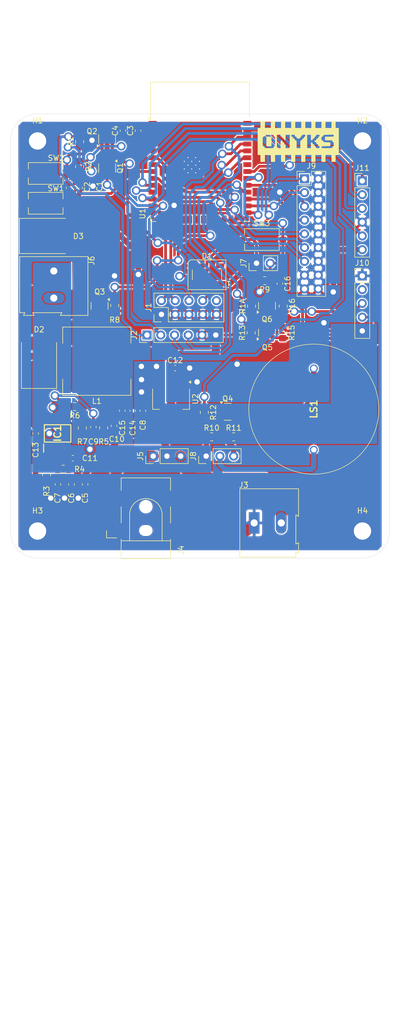
<source format=kicad_pcb>
(kicad_pcb (version 20241229) (generator "pcbnew") (generator_version "9.0")
  (layers (0 "F.Cu" signal) (2 "B.Cu" signal) (13 "F.Paste" user) (15 "B.Paste" user) (5 "F.SilkS" user "F.Silkscreen") (7 "B.SilkS" user "B.Silkscreen") (1 "F.Mask" user) (3 "B.Mask" user) (25 "Edge.Cuts" user))
  (net 0 "")
  (net 1 "+3.3V")
  (net 2 "GND")
  (net 3 "/MCU/MCU_BOOT")
  (net 4 "/MCU/MCU_RESET")
  (net 5 "/MCU/GPIO_19")
  (net 6 "+24V")
  (net 7 "+5V")
  (net 8 "/MCU/GPIO_32")
  (net 10 "Net-(IC1-COMP)")
  (net 11 "Net-(C10-Pad1)")
  (net 13 "Net-(J3-Pin_2)")
  (net 14 "/MCU/GPIO_34")
  (net 15 "/MCU/GPIO_16")
  (net 16 "/MCU/GPIO_35")
  (net 17 "/MCU/GPIO_17")
  (net 18 "/MCU/GPIO_33")
  (net 19 "Net-(IC1-SS)")
  (net 20 "Net-(D2-K)")
  (net 21 "/MCU/GPIO_21")
  (net 22 "/MCU/GPIO_22")
  (net 23 "/MCU/GPIO_25")
  (net 24 "/MCU/GPIO_26")
  (net 25 "/MCU/GPIO_27")
  (net 26 "/MCU/GPIO_23")
  (net 27 "/MCU/MTDI")
  (net 28 "Net-(J5-Pin_1)")
  (net 29 "/MCU/MTDO")
  (net 30 "/MCU/MTCK")
  (net 31 "/MCU/MTMS")
  (net 32 "/MCU/RTS")
  (net 33 "/MCU/RXD")
  (net 34 "/MCU/TXD")
  (net 35 "/MCU/DTR")
  (net 36 "Net-(Q1-B)")
  (net 37 "Net-(IC1-BOOT)")
  (net 47 "Net-(D3-A)")
  (net 48 "Net-(Q2-B)")
  (net 49 "Net-(IC1-EN)")
  (net 50 "/MCU/GPIO_18")
  (net 51 "Net-(IC1-VSENSE)")
  (net 52 "Net-(J8-Pin_2)")
  (net 53 "Net-(J8-Pin_3)")
  (net 55 "Net-(LS1--)")
  (net 56 "/MCU/GPIO_5")
  (net 57 "/MCU/GPIO_4")
  (net 58 "/MCU/GPIO_2")
  (footprint "Resistor_SMD:R_0805_2012Metric_Pad1.20x1.40mm_HandSolder" (layer "F.Cu") (at 192.151 102.616)
    (property "Reference" "R10")
    (property "Value" "2k/5%")
  )
  (footprint "Resistor_SMD:R_0805_2012Metric_Pad1.20x1.40mm_HandSolder" (layer "F.Cu") (at 167.767 48.133 90)
    (property "Reference" "R1")
    (property "Value" "10k/5%")
  )
  (footprint "Resistor_SMD:R_0805_2012Metric_Pad1.20x1.40mm_HandSolder" (layer "F.Cu") (at 166.878 97.028 180)
    (property "Reference" "R6")
    (property "Value" "10.2k/1%")
  )
  (footprint "Capacitor_SMD:C_0603_1608Metric" (layer "F.Cu") (at 163.763 111.392 -90)
    (property "Reference" "C7")
    (property "Value" "4.7u/50V")
  )
  (footprint "Capacitor_SMD:C_0603_1608Metric" (layer "F.Cu") (at 167.767 56.642 90)
    (property "Reference" "C1")
    (property "Value" "0.1u/50V")
  )
  (footprint "Package_TO_SOT_SMD:SOT-223-3_TabPin2" (layer "F.Cu") (at 184.658 95.631 -90)
    (property "Reference" "U2")
    (property "Value" "LM1117MP-3.3")
  )
  (footprint "TerminalBlock:TerminalBlock_Altech_AK300-2_P5.00mm" (layer "F.Cu") (at 200 118.5)
    (property "Reference" "J3")
    (property "Value" "Screw_Terminal_01x02")
  )
  (footprint "Resistor_SMD:R_0805_2012Metric_Pad1.20x1.40mm_HandSolder" (layer "F.Cu") (at 161.671 109.585 90)
    (property "Reference" "R3")
    (property "Value" "10k/1%")
  )
  (footprint "Capacitor_SMD:C_0603_1608Metric" (layer "F.Cu") (at 170.307 100.812 -90)
    (property "Reference" "C9")
    (property "Value" "10p/50V")
  )
  (footprint "Capacitor_SMD:C_0603_1608Metric" (layer "F.Cu") (at 168.783 111.392 -90)
    (property "Reference" "C5")
    (property "Value" "4.7u/50V")
  )
  (footprint "Inductor_SMD:L_12x12mm_H4.5mm" (layer "F.Cu") (at 170.942 88.646)
    (property "Reference" "L1")
    (property "Value" "15u")
  )
  (footprint "Resistor_SMD:R_0805_2012Metric_Pad1.20x1.40mm_HandSolder" (layer "F.Cu") (at 196.215 102.616)
    (property "Reference" "R11")
    (property "Value" "3k/5%")
  )
  (footprint "Resistor_SMD:R_0805_2012Metric_Pad1.20x1.40mm_HandSolder" (layer "F.Cu") (at 174.244 78.359 -90)
    (property "Reference" "R8")
    (property "Value" "100k/5%")
  )
  (footprint "Diode_SMD:D_SMC" (layer "F.Cu") (at 161.544 65.532)
    (property "Reference" "D3")
    (property "Value" "S5J")
  )
  (footprint "Capacitor_SMD:C_0603_1608Metric" (layer "F.Cu") (at 175.768 46.101 90)
    (property "Reference" "C4")
    (property "Value" "0.1u/50V")
  )
  (footprint "footprints:SOIC127P600X175-8N" (layer "F.Cu") (at 163.703 101.981 90)
    (property "Reference" "IC1")
    (property "Value" "TPS54231DR" (hide yes))
  )
  (footprint "Connector_PinHeader_2.54mm:PinHeader_1x05_P2.54mm_Vertical" (layer "F.Cu") (at 219.964 72.898)
    (property "Reference" "J10")
    (property "Value" "Conn_01x05_Pin")
  )
  (footprint "Capacitor_SMD:C_0603_1608Metric" (layer "F.Cu") (at 166.273 111.392 -90)
    (property "Reference" "C6")
    (property "Value" "4.7u/50V")
  )
  (footprint "Capacitor_SMD:C_0603_1608Metric" (layer "F.Cu") (at 178.562 46.101 90)
    (property "Reference" "C3")
    (property "Value" "22u/10V")
  )
  (footprint "Resistor_SMD:R_0805_2012Metric_Pad1.20x1.40mm_HandSolder" (layer "F.Cu") (at 205.359 78.486 -90)
    (property "Reference" "R16")
    (property "Value" "10k/5%")
  )
  (footprint "Connector_PinHeader_2.54mm:PinHeader_2x09_P2.54mm_Vertical" (layer "F.Cu") (at 209.296 54.991)
    (property "Reference" "J9")
    (property "Value" "Conn_02x09_Odd_Even")
  )
  (footprint "Connector_BarrelJack:BarrelJack_CLIFF_FC681465S_SMT_Horizontal" (layer "F.Cu") (at 180 117 90)
    (property "Reference" "J4")
    (property "Value" "Barrel_Jack_Switch")
  )
  (footprint "Connector_PinHeader_2.54mm:PinHeader_2x05_P2.54mm_Vertical" (layer "F.Cu") (at 182.88 80.01 90)
    (property "Reference" "J1")
    (property "Value" "Conn_02x05_Odd_Even")
  )
  (footprint "Connector_PinHeader_2.54mm:PinHeader_1x03_P2.54mm_Vertical" (layer "F.Cu") (at 191.135 106.172 90)
    (property "Reference" "J8")
    (property "Value" "Conn_01x03_Pin")
  )
  (footprint "Connector_PinHeader_2.54mm:PinHeader_1x03_P2.54mm_Vertical" (layer "F.Cu") (at 181.356 106.172 90)
    (property "Reference" "J5")
    (property "Value" "Conn_01x03_Pin")
  )
  (footprint "footprints:LDBZPG2412" (layer "F.Cu") (at 211.01 105 90)
    (property "Reference" "LS1")
    (property "Value" "LD-BZPG-2412" (hide yes))
  )
  (footprint "Resistor_SMD:R_0805_2012Metric_Pad1.20x1.40mm_HandSolder" (layer "F.Cu") (at 168.275 100.965 -90)
    (property "Reference" "R7")
    (property "Value" "1.96k/1%")
  )
  (footprint "Button_Switch_SMD:SW_Tactile_SPST_NO_Straight_CK_PTS636Sx25SMTRLFS" (layer "F.Cu") (at 201.422 66.1924)
    (property "Reference" "SW3")
    (property "Value" "SW_Push")
  )
  (footprint "MountingHole:MountingHole_3.2mm_M3_DIN965_Pad_TopBottom" (layer "F.Cu") (at 160 48)
    (property "Reference" "H1")
    (property "Value" "MountingHole_Pad")
  )
  (footprint "MountingHole:MountingHole_3.2mm_M3_DIN965_Pad_TopBottom" (layer "F.Cu") (at 220 120)
    (property "Reference" "H4")
    (property "Value" "MountingHole_Pad")
  )
  (footprint "Resistor_SMD:R_0805_2012Metric_Pad1.20x1.40mm_HandSolder" (layer "F.Cu") (at 199.517 78.486 90)
    (property "Reference" "R14")
    (property "Value" "10k/5%")
  )
  (footprint "Button_Switch_SMD:SW_Tactile_SPST_NO_Straight_CK_PTS636Sx25SMTRLFS" (layer "F.Cu") (at 161.5 59.5 180)
    (property "Reference" "SW1")
    (property "Value" "SW_Push")
  )
  (footprint "Resistor_SMD:R_0805_2012Metric_Pad1.20x1.40mm_HandSolder" (layer "F.Cu") (at 205.288 83.409 -90)
    (property "Reference" "R15")
    (property "Value" "10k/5%")
  )
  (footprint "Capacitor_SMD:C_0603_1608Metric" (layer "F.Cu") (at 204.7494 74.3458 -90)
    (property "Reference" "C16")
    (property "Value" "0.1u/50V")
  )
  (footprint "TerminalBlock:TerminalBlock_Altech_AK300-2_P5.00mm" (layer "F.Cu") (at 163 72 -90)
    (property "Reference" "J6")
    (property "Value" "Screw_Terminal_01x02")
  )
  (footprint "MountingHole:MountingHole_3.2mm_M3_DIN965_Pad_TopBottom" (layer "F.Cu") (at 160 120)
    (property "Reference" "H3")
    (property "Value" "MountingHole_Pad")
  )
  (footprint "Connector_PinHeader_2.54mm:PinHeader_1x06_P2.54mm_Vertical" (layer "F.Cu") (at 219.964 55.372)
    (property "Reference" "J11")
    (property "Value" "Conn_01x06_Socket")
  )
  (footprint "Package_TO_SOT_SMD:SOT-23" (layer "F.Cu") (at 195.1205 97.983)
    (property "Reference" "Q4")
    (property "Value" "PMV100ENEAR")
  )
  (footprint "Resistor_SMD:R_0805_2012Metric_Pad1.20x1.40mm_HandSolder" (layer "F.Cu") (at 201.9554 73.787 180)
    (property "Reference" "R9")
    (property "Value" "1k/5%")
  )
  (footprint "Connector_PinHeader_2.54mm:PinHeader_1x02_P2.54mm_Vertical" (layer "F.Cu") (at 200.4314 70.5612 90)
    (property "Reference" "J7")
    (property "Value" "Conn_01x02_Socket")
  )
  (footprint "LED_SMD:LED_WS2812B_PLCC4_5.0x5.0mm_P3.2mm" (layer "F.Cu") (at 191.2874 72.6948 180)
    (property "Reference" "D1")
    (property "Value" "WS2812B")
  )
  (footprint "Capacitor_SMD:C_0603_1608Metric" (layer "F.Cu") (at 159.639 101.981 90)
    (property "Reference" "C13")
    (property "Value" "100n/50V")
  )
  (footprint "Capacitor_SMD:C_0603_1608Metric" (layer "F.Cu") (at 165.8112 56.655 -90)
    (property "Reference" "C2")
    (property "Value" "0.1u/50V")
  )
  (footprint "Capacitor_SMD:C_0603_1608Metric" (layer "F.Cu") (at 177.546 97.79 -90)
    (property "Reference" "C14")
    (property "Value" "47u/16V")
  )
  (footprint "Resistor_SMD:R_0805_2012Metric_Pad1.20x1.40mm_HandSolder" (layer "F.Cu") (at 190.8025 98.11 -90)
    (property "Reference" "R12")
    (property "Value" "100k/5%")
  )
  (footprint "Package_TO_SOT_SMD:SOT-23" (layer "F.Cu") (at 171.45 78.4375 -90)
    (property "Reference" "Q3")
    (property "Value" "PMV100ENEAR")
  )
  (footprint "footprints:LOGO" (layer "F.Cu") (at 208.1 48.055)
    (property "Reference" "G***" (hide yes))
    (property "Value" "LOGO" (hide yes))
  )
  (footprint "Package_TO_SOT_SMD:SOT-23-3" (layer "F.Cu") (at 172.847 47.625 90)
    (property "Reference" "Q2")
    (property "Value" "BC847B")
  )
  (footprint "Resistor_SMD:R_0805_2012Metric_Pad1.20x1.40mm_HandSolder" (layer "F.Cu") (at 199.446 83.409 90)
    (property "Reference" "R13")
    (property "Value" "10k/5%")
  )
  (footprint "Diode_SMD:D_SMC" (layer "F.Cu") (at 160.274 88.773 90)
    (property "Reference" "D2")
    (property "Value" "B360")
  )
  (footprint "Capacitor_SMD:C_0603_1608Metric" (layer "F.Cu") (at 174.117 100.584 90)
    (property "Reference" "C10")
    (property "Value" "1n/50V")
  )
  (footprint "Capacitor_SMD:C_0603_1608Metric" (layer "F.Cu") (at 179.451 97.79 -90)
    (property "Reference" "C8")
    (property "Value" "10u/10V")
  )
  (footprint "Connector_PinHeader_2.54mm:PinHeader_1x06_P2.54mm_Vertical" (layer "F.Cu") (at 180.213 83.82 90)
    (property "Reference" "J2")
    (property "Value" "Conn_01x06_Pin")
  )
  (footprint "Package_TO_SOT_SMD:SOT-23-3" (layer "F.Cu") (at 172.847 53.008 -90)
    (property "Reference" "Q1")
    (property "Value" "BC847B")
  )
  (footprint "Package_TO_SOT_SMD:SOT-23" (layer "F.Cu") (at 202.372 83.3905 90)
    (property "Reference" "Q5")
    (property "Value" "PMV100ENEAR")
  )
  (footprint "Capacitor_SMD:C_0603_1608Metric" (layer "F.Cu") (at 166.497 106.553)
    (property "Reference" "C11")
    (property "Value" "8.2n/50V")
  )
  (footprint "MountingHole:MountingHole_3.2mm_M3_DIN965_Pad_TopBottom" (layer "F.Cu") (at 220 48)
    (property "Reference" "H2")
    (property "Value" "MountingHole_Pad")
  )
  (footprint "Resistor_SMD:R_0805_2012Metric_Pad1.20x1.40mm_HandSolder" (layer "F.Cu") (at 164.719 108.585)
    (property "Reference" "R4")
    (property "Value" "1M/1%")
  )
  (footprint "Capacitor_SMD:C_0603_1608Metric" (layer "F.Cu") (at 175.641 97.79 -90)
    (property "Reference" "C15")
    (property "Value" "47u/16V")
  )
  (footprint "Capacitor_SMD:C_0603_1608Metric" (layer "F.Cu") (at 185.42 89.916)
    (property "Reference" "C12")
    (property "Value" "10u/10V")
  )
  (footprint "RF_Module:ESP32-WROOM-32D" (layer "F.Cu") (at 190 53)
    (property "Reference" "U1")
    (property "Value" "ESP32-WROOM-32D")
  )
  (footprint "Resistor_SMD:R_0805_2012Metric_Pad1.20x1.40mm_HandSolder" (layer "F.Cu") (at 167.767 52.754 -90)
    (property "Reference" "R2")
    (property "Value" "10k/5%")
  )
  (footprint "Resistor_SMD:R_0805_2012Metric_Pad1.20x1.40mm_HandSolder" (layer "F.Cu") (at 172.212 100.952 -90)
    (property "Reference" "R5")
    (property "Value" "45.3k/1%")
  )
  (footprint "Package_TO_SOT_SMD:SOT-23" (layer "F.Cu") (at 202.377 78.4375 90)
    (property "Reference" "Q6")
    (property "Value" "PMV100ENEAR")
  )
  (footprint "Button_Switch_SMD:SW_Tactile_SPST_NO_Straight_CK_PTS636Sx25SMTRLFS" (layer "F.Cu") (at 161.5 54 180)
    (property "Reference" "SW2")
    (property "Value" "SW_Push")
  )
  (gr_arc (start 155 48) (mid 156.464466 44.464466) (end 160 43) (stroke (width 0.05)) (layer "Edge.Cuts"))
  (gr_line (start 225 120) (end 225 48) (stroke (width 0.05)) (layer "Edge.Cuts"))
  (gr_line (start 155 48) (end 155 120) (stroke (width 0.05)) (layer "Edge.Cuts"))
  (gr_line (start 160 43) (end 220 43) (stroke (width 0.05)) (layer "Edge.Cuts"))
  (gr_line (start 160 125) (end 220 125) (stroke (width 0.05)) (layer "Edge.Cuts"))
  (gr_arc (start 160 125) (mid 156.464466 123.535534) (end 155 120) (stroke (width 0.05)) (layer "Edge.Cuts"))
  (gr_arc (start 220 43) (mid 223.535534 44.464466) (end 225 48) (stroke (width 0.05)) (layer "Edge.Cuts"))
  (gr_arc (start 225 120) (mid 223.535534 123.535534) (end 220 125) (stroke (width 0.05)) (layer "Edge.Cuts"))
  (segment (start 199.517 79.486) (end 201.316 79.486) (width 0.508) (layer "F.Cu") (net 1))
  (segment (start 172.0596 62.2808) (end 165.5826 62.2808) (width 1) (layer "F.Cu") (net 1))
  (segment (start 219.964 68.072) (end 215.392 68.072) (width 1) (layer "F.Cu") (net 1))
  (segment (start 196.1896 79.9084) (end 196.612 79.486) (width 0.508) (layer "F.Cu") (net 1))
  (segment (start 201.422 84.328) (end 199.527 84.328) (width 0.508) (layer "F.Cu") (net 1))
  (segment (start 164.973 45.0596) (end 173.4058 45.0596) (width 1) (layer "F.Cu") (net 1))
  (segment (start 199.446 84.409) (end 197.0072 84.409) (width 0.508) (layer "F.Cu") (net 1))
  (segment (start 199.3138 70.5612) (end 200.4314 70.5612) (width 1) (layer "F.Cu") (net 1))
  (segment (start 214.63 68.834) (end 214.63 75.819) (width 1) (layer "F.Cu") (net 1))
  (segment (start 193.7374 74.3448) (end 195.326 74.3448) (width 1) (layer "F.Cu") (net 1))
  (segment (start 184.658 89.929) (end 184.645 89.916) (width 1.5) (layer "F.Cu") (net 1))
  (segment (start 175.781 46.863) (end 175.768 46.876) (width 1) (layer "F.Cu") (net 1))
  (segment (start 179.786 46.02) (end 178.93 46.876) (width 1) (layer "F.Cu") (net 1))
  (segment (start 178.93 46.876) (end 178.562 46.876) (width 1) (layer "F.Cu") (net 1))
  (segment (start 178.562 46.876) (end 178.549 46.863) (width 1) (layer "F.Cu") (net 1))
  (segment (start 178.6128 72.644) (end 178.6128 68.834) (width 1) (layer "F.Cu") (net 1))
  (segment (start 196.612 79.486) (end 199.517 79.486) (width 0.508) (layer "F.Cu") (net 1))
  (segment (start 195.199 74.4718) (end 195.326 74.3448) (width 1) (layer "F.Cu") (net 1))
  (segment (start 214.884 68.58) (end 214.63 68.834) (width 1) (layer "F.Cu") (net 1))
  (segment (start 178.549 46.863) (end 175.781 46.863) (width 1) (layer "F.Cu") (net 1))
  (segment (start 195.326 74.3448) (end 195.5302 74.3448) (width 1) (layer "F.Cu") (net 1))
  (segment (start 175.2222 46.876) (end 175.768 46.876) (width 1) (layer "F.Cu") (net 1))
  (segment (start 196.1896 83.5914) (end 196.1896 79.9084) (width 0.508) (layer "F.Cu") (net 1))
  (segment (start 163.703 60.4012) (end 163.703 46.3296) (width 1) (layer "F.Cu") (net 1))
  (segment (start 200.4314 70.5612) (end 200.4314 66.8782) (width 0.508) (layer "F.Cu") (net 1))
  (segment (start 163.703 46.3296) (end 164.973 45.0596) (width 1) (layer "F.Cu") (net 1))
  (segment (start 200.4314 66.8782) (end 199.7456 66.1924) (width 0.508) (layer "F.Cu") (net 1))
  (segment (start 173.4058 45.0596) (end 175.2222 46.876) (width 1) (layer "F.Cu") (net 1))
  (segment (start 181.25 46.02) (end 179.786 46.02) (width 1) (layer "F.Cu") (net 1))
  (segment (start 192.913 86.995) (end 192.913 83.82) (width 1.5) (layer "F.Cu") (net 1))
  (segment (start 184.658 92.481) (end 184.658 89.929) (width 1.5) (layer "F.Cu") (net 1))
  (segment (start 184.658 98.781) (end 184.658 92.481) (width 1.5) (layer "F.Cu") (net 1))
  (segment (start 199.527 84.328) (end 199.446 84.409) (width 0.508) (layer "F.Cu") (net 1))
  (segment (start 192.405 87.503) (end 192.913 86.995) (width 1.5) (layer "F.Cu") (net 1))
  (segment (start 195.5302 74.3448) (end 199.3138 70.5612) (width 1) (layer "F.Cu") (net 1))
  (segment (start 215.392 68.072) (end 214.884 68.58) (width 1) (layer "F.Cu") (net 1))
  (segment (start 184.645 88.532) (end 185.674 87.503) (width 1.5) (layer "F.Cu") (net 1))
  (segment (start 165.5826 62.2808) (end 163.703 60.4012) (width 1) (layer "F.Cu") (net 1))
  (segment (start 199.7456 66.1924) (end 197.547 66.1924) (width 0.508) (layer "F.Cu") (net 1))
  (segment (start 184.645 89.916) (end 184.645 88.532) (width 1.5) (layer "F.Cu") (net 1))
  (segment (start 201.316 79.486) (end 201.427 79.375) (width 0.508) (layer "F.Cu") (net 1))
  (segment (start 196.1896 83.5914) (end 195.961 83.82) (width 0.508) (layer "F.Cu") (net 1))
  (segment (start 197.0072 84.409) (end 196.1896 83.5914) (width 0.508) (layer "F.Cu") (net 1))
  (segment (start 178.6128 68.834) (end 172.0596 62.2808) (width 1) (layer "F.Cu") (net 1))
  (segment (start 195.961 83.82) (end 192.913 83.82) (width 0.508) (layer "F.Cu") (net 1))
  (segment (start 185.674 87.503) (end 192.405 87.503) (width 1.5) (layer "F.Cu") (net 1))
  (via (at 178.6128 72.644) (size 1.6) (drill 1) (layers "F.Cu" "B.Cu") (net 1))
  (via (at 214.6046 75.8698) (size 1.6) (drill 1) (layers "F.Cu" "B.Cu") (net 1))
  (segment (start 178.6128 79.0956) (end 179.5272 80.01) (width 2) (layer "B.Cu") (net 1))
  (segment (start 178.6128 72.644) (end 178.6128 79.0956) (width 2) (layer "B.Cu") (net 1))
  (segment (start 179.5272 80.01) (end 182.88 80.01) (width 2) (layer "B.Cu") (net 1))
  (segment (start 185.5 120) (end 198.5 120) (width 2) (layer "F.Cu") (net 2))
  (segment (start 185.5 120) (end 185.5 114) (width 2) (layer "F.Cu") (net 2))
  (segment (start 198.5 120) (end 200 118.5) (width 2) (layer "F.Cu") (net 2))
  (via (at 174.2186 72.898) (size 1.6) (drill 1) (layers "F.Cu" "B.Cu") (net 2))
  (via (at 185.2168 59.8932) (size 1.6) (drill 1) (layers "F.Cu" "B.Cu") (net 2))
  (via (at 204.724 57.4548) (size 1.6) (drill 1) (layers "F.Cu" "B.Cu") (net 2))
  (via (at 167.513 113.919) (size 1.6) (drill 1) (layers "F.Cu" "B.Cu") (net 2))
  (via (at 200.9902 75.8444) (size 1.6) (drill 1) (layers "F.Cu" "B.Cu") (net 2))
  (via (at 170.053 47.879) (size 1.6) (drill 1) (layers "F.Cu" "B.Cu") (net 2))
  (via (at 169.672 104.902) (size 1.6) (drill 1) (layers "F.Cu" "B.Cu") (net 2))
  (via (at 164.973 113.919) (size 1.6) (drill 1) (layers "F.Cu" "B.Cu") (net 2))
  (via (at 188.087 89.916) (size 1.6) (drill 1) (layers "F.Cu" "B.Cu") (net 2))
  (via (at 189.4586 92.4814) (size 1.6) (drill 1) (layers "F.Cu" "B.Cu") (net 2))
  (via (at 196.85 89.2048) (size 1.6) (drill 1) (layers "F.Cu" "B.Cu") (net 2))
  (via (at 162.433 113.919) (size 1.6) (drill 1) (layers "F.Cu" "B.Cu") (net 2))
  (via (at 162.179 101.981) (size 1.6) (drill 1) (layers "F.Cu" "B.Cu") (net 2))
  (via (at 162.814 97.1804) (size 1.6) (drill 1) (layers "F.Cu" "B.Cu") (net 2))
  (via (at 212.8774 81.5594) (size 1.6) (drill 1) (layers "F.Cu" "B.Cu") (net 2))
  (via (at 170.2308 56.3372) (size 1.6) (drill 1) (layers "F.Cu" "B.Cu") (net 2))
  (segment (start 175.1076 52.1208) (end 175.0568 52.1208) (width 0.508) (layer "F.Cu") (net 3))
  (segment (start 200.3504 61.26) (end 200.7362 61.6458) (width 0.508) (layer "F.Cu") (net 3))
  (segment (start 167.767 57.417) (end 167.767 57.6964) (width 0.508) (layer "F.Cu") (net 3))
  (segment (start 175.1076 56.1594) (end 175.1076 52.1208) (width 0.508) (layer "F.Cu") (net 3))
  (segment (start 176.6861 51.8705) (end 176.9872 52.1716) (width 0.508) (layer "F.Cu") (net 3))
  (segment (start 167.767 58.3946) (end 167.767 57.417) (width 0.508) (layer "F.Cu") (net 3))
  (segment (start 174.8065 51.8705) (end 173.797 51.8705) (width 0.508) (layer "F.Cu") (net 3))
  (segment (start 198.75 61.26) (end 200.3504 61.26) (width 0.508) (layer "F.Cu") (net 3))
  (segment (start 173.797 51.8705) (end 176.6861 51.8705) (width 0.508) (layer "F.Cu") (net 3))
  (segment (start 167.7794 57.7088) (end 173.5582 57.7088) (width 0.508) (layer "F.Cu") (net 3))
  (segment (start 175.0568 52.1208) (end 174.8065 51.8705) (width 0.508) (layer "F.Cu") (net 3))
  (segment (start 173.5582 57.7088) (end 175.1076 56.1594) (width 0.508) (layer "F.Cu") (net 3))
  (segment (start 165.375 59.5) (end 166.6616 59.5) (width 0.508) (layer "F.Cu") (net 3))
  (segment (start 166.6616 59.5) (end 167.767 58.3946) (width 0.508) (layer "F.Cu") (net 3))
  (segment (start 167.767 57.6964) (end 167.7794 57.7088) (width 0.508) (layer "F.Cu") (net 3))
  (via (at 200.7362 61.6458) (size 1.6) (drill 1) (layers "F.Cu" "B.Cu") (net 3))
  (via (at 176.9872 52.1716) (size 1.6) (drill 1) (layers "F.Cu" "B.Cu") (net 3))
  (segment (start 176.276 57.7596) (end 176.276 52.8828) (width 0.508) (layer "B.Cu") (net 3))
  (segment (start 202.5396 55.2196) (end 202.5396 49.8094) (width 0.508) (layer "B.Cu") (net 3))
  (segment (start 202.5396 49.8094) (end 200.4314 47.7012) (width 0.508) (layer "B.Cu") (net 3))
  (segment (start 200.7362 57.023) (end 202.5396 55.2196) (width 0.508) (layer "B.Cu") (net 3))
  (segment (start 188.1378 47.7012) (end 183.2356 52.6034) (width 0.508) (layer "B.Cu") (net 3))
  (segment (start 176.276 52.8828) (end 176.9872 52.1716) (width 0.508) (layer "B.Cu") (net 3))
  (segment (start 181.0766 59.9186) (end 178.435 59.9186) (width 0.508) (layer "B.Cu") (net 3))
  (segment (start 200.4314 47.7012) (end 188.1378 47.7012) (width 0.508) (layer "B.Cu") (net 3))
  (segment (start 200.7362 61.6458) (end 200.7362 57.023) (width 0.508) (layer "B.Cu") (net 3))
  (segment (start 183.2356 52.6034) (end 183.2356 57.7596) (width 0.508) (layer "B.Cu") (net 3))
  (segment (start 178.435 59.9186) (end 176.276 57.7596) (width 0.508) (layer "B.Cu") (net 3))
  (segment (start 183.2356 57.7596) (end 181.0766 59.9186) (width 0.508) (layer "B.Cu") (net 3))
  (segment (start 171.5255 49.134) (end 169.8648 49.134) (width 0.508) (layer "F.Cu") (net 4))
  (segment (start 171.897 48.7625) (end 171.5255 49.134) (width 0.508) (layer "F.Cu") (net 4))
  (segment (start 165.4142 51.0446) (end 165.4142 51.4858) (width 0.508) (layer "F.Cu") (net 4))
  (segment (start 166.0652 50.3936) (end 165.4142 51.0446) (width 0.508) (layer "F.Cu") (net 4))
  (segment (start 169.8648 49.134) (end 168.6052 50.3936) (width 0.508) (layer "F.Cu") (net 4))
  (segment (start 165.4142 53.9608) (end 165.375 54) (width 0.508) (layer "F.Cu") (net 4))
  (segment (start 165.4142 51.4858) (end 165.4142 53.9608) (width 0.508) (layer "F.Cu") (net 4))
  (segment (start 168.6052 50.3936) (end 166.0652 50.3936) (width 0.508) (layer "F.Cu") (net 4))
  (segment (start 165.375 54) (end 165.375 55.4438) (width 0.508) (layer "F.Cu") (net 4))
  (segment (start 165.375 55.4438) (end 165.8112 55.88) (width 0.508) (layer "F.Cu") (net 4))
  (segment (start 180.0908 47.29) (end 181.25 47.29) (width 0.508) (layer "F.Cu") (net 4))
  (segment (start 171.897 49.7738) (end 172.5168 50.3936) (width 0.508) (layer "F.Cu") (net 4))
  (segment (start 176.9872 50.3936) (end 180.0908 47.29) (width 0.508) (layer "F.Cu") (net 4))
  (segment (start 172.5168 50.3936) (end 176.9872 50.3936) (width 0.508) (layer "F.Cu") (net 4))
  (segment (start 171.897 48.7625) (end 171.897 49.7738) (width 0.508) (layer "F.Cu") (net 4))
  (via (at 165.4142 51.4858) (size 1.6) (drill 1) (layers "F.Cu" "B.Cu") (net 4))
  (segment (start 190.8025 97.11) (end 194.106 97.11) (width 0.508) (layer "F.Cu") (net 5))
  (segment (start 194.106 97.11) (end 194.183 97.033) (width 0.508) (layer "F.Cu") (net 5))
  (segment (start 200.9684 52.6796) (end 200.008 53.64) (width 0.508) (layer "F.Cu") (net 5))
  (segment (start 206.3242 52.6796) (end 200.9684 52.6796) (width 0.508) (layer "F.Cu") (net 5))
  (segment (start 206.5528 52.451) (end 206.3242 52.6796) (width 0.508) (layer "F.Cu") (net 5))
  (segment (start 190.8025 97.11) (end 190.8025 95.2246) (width 0.508) (layer "F.Cu") (net 5))
  (segment (start 200.008 53.64) (end 198.75 53.64) (width 0.508) (layer "F.Cu") (net 5))
  (via (at 190.8025 95.2246) (size 1.6) (drill 1) (layers "F.Cu" "B.Cu") (net 5))
  (via (at 206.5528 52.451) (size 1.6) (drill 1) (layers "F.Cu" "B.Cu") (net 5))
  (segment (start 200.3806 87.5792) (end 196.0626 87.5792) (width 0.508) (layer "B.Cu") (net 5))
  (segment (start 216.408 64.2874) (end 216.408 77.1398) (width 0.508) (layer "B.Cu") (net 5))
  (segment (start 213.741 79.8068) (end 212.344 79.8068) (width 0.508) (layer "B.Cu") (net 5))
  (segment (start 207.4926 51.5112) (end 213.5632 51.5112) (width 0.508) (layer "B.Cu") (net 5))
  (segment (start 211.1756 80.9752) (end 206.9846 80.9752) (width 0.508) (layer "B.Cu") (net 5))
  (segment (start 213.5632 51.5112) (end 214.9348 52.8828) (width 0.508) (layer "B.Cu") (net 5))
  (segment (start 212.344 79.8068) (end 211.1756 80.9752) (width 0.508) (layer "B.Cu") (net 5))
  (segment (start 206.9846 80.9752) (end 200.3806 87.5792) (width 0.508) (layer "B.Cu") (net 5))
  (segment (start 206.5528 52.451) (end 207.4926 51.5112) (width 0.508) (layer "B.Cu") (net 5))
  (segment (start 214.9348 62.8142) (end 216.408 64.2874) (width 0.508) (layer "B.Cu") (net 5))
  (segment (start 190.8025 95.4001) (end 190.8048 95.4024) (width 0.508) (layer "B.Cu") (net 5))
  (segment (start 190.8025 92.8393) (end 190.8025 95.4001) (width 0.508) (layer "B.Cu") (net 5))
  (segment (start 196.0626 87.5792) (end 190.8025 92.8393) (width 0.508) (layer "B.Cu") (net 5))
  (segment (start 216.408 77.1398) (end 213.741 79.8068) (width 0.508) (layer "B.Cu") (net 5))
  (segment (start 214.9348 52.8828) (end 214.9348 62.8142) (width 0.508) (layer "B.Cu") (net 5))
  (segment (start 183.896 104.394) (end 183.007 103.505) (width 1) (layer "F.Cu") (net 6))
  (segment (start 168.783 109.474) (end 168.783 110.617) (width 1) (layer "F.Cu") (net 6))
  (segment (start 160.369 110.585) (end 159.639 109.855) (width 1) (layer "F.Cu") (net 6))
  (segment (start 163.068 106.299) (end 163.068 104.692) (width 1) (layer "F.Cu") (net 6))
  (segment (start 191.151 102.616) (end 191.151 106.156) (width 1) (layer "F.Cu") (net 6))
  (segment (start 183.007 103.505) (end 174.752 103.505) (width 1) (layer "F.Cu") (net 6))
  (segment (start 163.763 110.617) (end 161.703 110.617) (width 1) (layer "F.Cu") (net 6))
  (segment (start 159.639 107.823) (end 160.401 107.061) (width 1) (layer "F.Cu") (net 6))
  (segment (start 183.896 106.172) (end 183.896 104.394) (width 1) (layer "F.Cu") (net 6))
  (segment (start 159.639 109.855) (end 159.639 107.823) (width 1) (layer "F.Cu") (net 6))
  (segment (start 191.151 106.156) (end 191.135 106.172) (width 1) (layer "F.Cu") (net 6))
  (segment (start 162.306 107.061) (end 163.068 106.299) (width 1) (layer "F.Cu") (net 6))
  (segment (start 160.401 107.061) (end 162.306 107.061) (width 1) (layer "F.Cu") (net 6))
  (segment (start 161.703 110.617) (end 161.671 110.585) (width 0.2) (layer "F.Cu") (net 6))
  (segment (start 174.752 103.505) (end 168.783 109.474) (width 1) (layer "F.Cu") (net 6))
  (segment (start 161.671 110.585) (end 160.369 110.585) (width 1) (layer "F.Cu") (net 6))
  (segment (start 168.783 110.617) (end 163.763 110.617) (width 1) (layer "F.Cu") (net 6))
  (segment (start 219.964 83.058) (end 209.7532 83.058) (width 0.508) (layer "F.Cu") (net 7))
  (segment (start 205.937 83.058) (end 205.288 82.409) (width 0.508) (layer "F.Cu") (net 7))
  (segment (start 205.359 77.486) (end 207.2546 77.486) (width 0.508) (layer "F.Cu") (net 7))
  (segment (start 209.7532 83.058) (end 205.937 83.058) (width 0.508) (layer "F.Cu") (net 7))
  (segment (start 207.2546 77.486) (end 208.9404 79.1718) (width 0.508) (layer "F.Cu") (net 7))
  (segment (start 208.9404 79.1718) (end 208.9404 83.058) (width 0.508) (layer "F.Cu") (net 7))
  (via (at 179.1716 89.6112) (size 1.6) (drill 1) (layers "F.Cu" "B.Cu") (net 7))
  (via (at 179.197 94.3356) (size 1.6) (drill 1) (layers "F.Cu" "B.Cu") (net 7))
  (via (at 179.197 92.0496) (size 1.6) (drill 1) (layers "F.Cu" "B.Cu") (net 7))
  (via (at 181.9656 89.6112) (size 1.6) (drill 1) (layers "F.Cu" "B.Cu") (net 7))
  (segment (start 187.4414 72.9488) (end 188.8374 74.3448) (width 0.508) (layer "F.Cu") (net 8))
  (segment (start 186.2074 72.9488) (end 187.4414 72.9488) (width 0.508) (layer "F.Cu") (net 8))
  (segment (start 178.5414 53.64) (end 176.6316 55.5498) (width 0.508) (layer "F.Cu") (net 8))
  (segment (start 176.6316 61.2394) (end 182.1942 66.802) (width 0.508) (layer "F.Cu") (net 8))
  (segment (start 181.25 53.64) (end 178.5414 53.64) (width 0.508) (layer "F.Cu") (net 8))
  (segment (start 176.6316 55.5498) (end 176.6316 61.2394) (width 0.508) (layer "F.Cu") (net 8))
  (via (at 186.2074 72.9488) (size 1.6) (drill 1) (layers "F.Cu" "B.Cu") (net 8))
  (via (at 182.1942 66.802) (size 1.6) (drill 1) (layers "F.Cu" "B.Cu") (net 8))
  (segment (start 187.2338 69.507961) (end 187.2338 72.3288) (width 0.508) (layer "B.Cu") (net 8))
  (segment (start 184.527839 66.802) (end 187.2338 69.507961) (width 0.508) (layer "B.Cu") (net 8))
  (segment (start 186.5884 72.9742) (end 186.1058 72.9742) (width 0.508) (layer "B.Cu") (net 8))
  (segment (start 187.2338 72.3288) (end 187.198 72.3646) (width 0.508) (layer "B.Cu") (net 8))
  (segment (start 182.1942 66.802) (end 184.527839 66.802) (width 0.508) (layer "B.Cu") (net 8))
  (segment (start 187.198 72.3646) (end 186.5884 72.9742) (width 0.508) (layer "B.Cu") (net 8))
  (segment (start 170.307 100.037) (end 170.307 98.298) (width 0.508) (layer "F.Cu") (net 10))
  (segment (start 171.974 100.063) (end 172.085 99.952) (width 0.508) (layer "F.Cu") (net 10))
  (segment (start 163.195 94.996) (end 164.338 96.139) (width 0.508) (layer "F.Cu") (net 10))
  (segment (start 170.18 100.063) (end 171.974 100.063) (width 0.508) (layer "F.Cu") (net 10))
  (segment (start 164.338 96.139) (end 164.338 99.27) (width 0.508) (layer "F.Cu") (net 10))
  (via (at 170.307 98.298) (size 1.6) (drill 1) (layers "F.Cu" "B.Cu") (net 10))
  (via (at 163.195 94.996) (size 1.6) (drill 1) (layers "F.Cu" "B.Cu") (net 10))
  (segment (start 163.195 94.996) (end 167.005 94.996) (width 0.508) (layer "B.Cu") (net 10))
  (segment (start 167.005 94.996) (end 170.307 98.298) (width 0.508) (layer "B.Cu") (net 10))
  (segment (start 174.117 101.74) (end 174.117 101.359) (width 0.508) (layer "F.Cu") (net 11))
  (segment (start 173.905 101.952) (end 174.117 101.74) (width 0.508) (layer "F.Cu") (net 11))
  (segment (start 172.085 101.952) (end 173.905 101.952) (width 0.508) (layer "F.Cu") (net 11))
  (segment (start 205 118.5) (end 205 113.306) (width 2) (layer "F.Cu") (net 13))
  (segment (start 201.93 110.236) (end 188.976 110.236) (width 2) (layer "F.Cu") (net 13))
  (segment (start 186.436 107.696) (end 186.436 106.172) (width 2) (layer "F.Cu") (net 13))
  (segment (start 205 113.306) (end 201.93 110.236) (width 2) (layer "F.Cu") (net 13))
  (segment (start 188.976 110.236) (end 186.436 107.696) (width 2) (layer "F.Cu") (net 13))
  (segment (start 182.09 51.1) (end 183.5912 52.6012) (width 0.508) (layer "F.Cu") (net 14))
  (segment (start 183.5912 52.6012) (end 183.5912 53.6956) (width 0.508) (layer "F.Cu") (net 14))
  (segment (start 195.5292 57.4294) (end 196.4182 58.3184) (width 0.508) (layer "F.Cu") (net 14))
  (segment (start 187.325 57.4294) (end 195.5292 57.4294) (width 0.508) (layer "F.Cu") (net 14))
  (segment (start 196.4182 58.3184) (end 196.4182 58.3438) (width 0.508) (layer "F.Cu") (net 14))
  (segment (start 183.5912 53.6956) (end 187.325 57.4294) (width 0.508) (layer "F.Cu") (net 14))
  (segment (start 181.25 51.1) (end 182.09 51.1) (width 0.508) (layer "F.Cu") (net 14))
  (via (at 196.4182 58.3438) (size 1.6) (drill 1) (layers "F.Cu" "B.Cu") (net 14))
  (segment (start 199.8218 66.0908) (end 207.6958 66.0908) (width 0.508) (layer "B.Cu") (net 14))
  (segment (start 196.4182 58.3438) (end 195.072 59.69) (width 0.508) (layer "B.Cu") (net 14))
  (segment (start 195.072 61.341) (end 199.8218 66.0908) (width 0.508) (layer "B.Cu") (net 14))
  (segment (start 207.6958 66.0908) (end 209.296 67.691) (width 0.508) (layer "B.Cu") (net 14))
  (segment (start 195.072 59.69) (end 195.072 61.341) (width 0.508) (layer "B.Cu") (net 14))
  (segment (start 208.3054 62.611) (end 204.4144 58.72) (width 0.508) (layer "F.Cu") (net 15))
  (segment (start 204.4144 58.72) (end 198.75 58.72) (width 0.508) (layer "F.Cu") (net 15))
  (segment (start 209.296 62.611) (end 208.3054 62.611) (width 0.508) (layer "F.Cu") (net 15))
  (segment (start 182.8038 52.9082) (end 182.2704 52.3748) (width 0.508) (layer "F.Cu") (net 16))
  (segment (start 182.2704 52.3748) (end 181.25 52.3748) (width 0.508) (layer "F.Cu") (net 16))
  (segment (start 182.8038 54.1782) (end 182.8038 52.9082) (width 0.508) (layer "F.Cu") (net 16))
  (segment (start 193.7512 59.0042) (end 193.167 58.42) (width 0.508) (layer "F.Cu") (net 16))
  (segment (start 193.7512 59.4106) (end 193.7512 59.0042) (width 0.508) (layer "F.Cu") (net 16))
  (segment (start 193.167 58.42) (end 187.0456 58.42) (width 0.508) (layer "F.Cu") (net 16))
  (segment (start 187.0456 58.42) (end 182.8038 54.1782) (width 0.508) (layer "F.Cu") (net 16))
  (segment (start 181.25 52.3748) (end 181.25 52.37) (width 0.508) (layer "F.Cu") (net 16))
  (via (at 193.7512 59.4106) (size 1.6) (drill 1) (layers "F.Cu" "B.Cu") (net 16))
  (segment (start 206.0448 66.9798) (end 209.296 70.231) (width 0.508) (layer "B.Cu") (net 16))
  (segment (start 193.7512 61.341) (end 199.39 66.9798) (width 0.508) (layer "B.Cu") (net 16))
  (segment (start 193.7512 59.4106) (end 193.7512 61.341) (width 0.508) (layer "B.Cu") (net 16))
  (segment (start 199.39 66.9798) (end 206.0448 66.9798) (width 0.508) (layer "B.Cu") (net 16))
  (segment (start 180.2892 74.9554) (end 182.0926 73.152) (width 0.508) (layer "F.Cu") (net 17))
  (segment (start 187.9092 65.4812) (end 191.897 65.4812) (width 0.508) (layer "F.Cu") (net 17))
  (segment (start 185.9788 67.4116) (end 187.9092 65.4812) (width 0.508) (layer "F.Cu") (net 17))
  (segment (start 196.7738 56.0832) (end 198.1406 57.45) (width 0.508) (layer "F.Cu") (net 17))
  (segment (start 174.103 77.5) (end 174.244 77.359) (width 0.508) (layer "F.Cu") (net 17))
  (segment (start 180.2892 74.9554) (end 174.244 74.9554) (width 0.508) (layer "F.Cu") (net 17))
  (segment (start 198.1406 57.45) (end 198.75 57.45) (width 0.508) (layer "F.Cu") (net 17))
  (segment (start 182.0926 73.152) (end 182.0926 70.104) (width 0.508) (layer "F.Cu") (net 17))
  (segment (start 182.0926 70.104) (end 182.0672 70.0786) (width 0.508) (layer "F.Cu") (net 17))
  (segment (start 174.244 77.359) (end 174.244 74.9554) (width 0.508) (layer "F.Cu") (net 17))
  (segment (start 185.9788 70.0278) (end 185.9788 67.4116) (width 0.508) (layer "F.Cu") (net 17))
  (segment (start 172.4 77.5) (end 174.103 77.5) (width 0.508) (layer "F.Cu") (net 17))
  (via (at 182.0672 70.0786) (size 1.6) (drill 1) (layers "F.Cu" "B.Cu") (net 17))
  (via (at 174.244 74.9554) (size 1.6) (drill 1) (layers "F.Cu" "B.Cu") (net 17))
  (via (at 196.7738 56.0832) (size 1.6) (drill 1) (layers "F.Cu" "B.Cu") (net 17))
  (via (at 185.9788 70.0278) (size 1.6) (drill 1) (layers "F.Cu" "B.Cu") (net 17))
  (via (at 191.897 65.4812) (size 1.6) (drill 1) (layers "F.Cu" "B.Cu") (net 17))
  (segment (start 195.1736 56.0832) (end 196.7738 56.0832) (width 0.508) (layer "B.Cu") (net 17))
  (segment (start 190.6778 59.6392) (end 191.188 59.129) (width 0.508) (layer "B.Cu") (net 17))
  (segment (start 191.897 65.4812) (end 190.6778 64.262) (width 0.508) (layer "B.Cu") (net 17))
  (segment (start 191.188 59.129) (end 192.1278 59.129) (width 0.508) (layer "B.Cu") (net 17))
  (segment (start 192.1278 59.129) (end 195.1736 56.0832) (width 0.508) (layer "B.Cu") (net 17))
  (segment (start 182.0672 70.0786) (end 185.928 70.0786) (width 0.508) (layer "B.Cu") (net 17))
  (segment (start 190.6778 64.262) (end 190.6778 59.6392) (width 0.508) (layer "B.Cu") (net 17))
  (segment (start 185.928 70.0786) (end 185.9788 70.0278) (width 0.508) (layer "B.Cu") (net 17))
  (segment (start 196.342 60.6552) (end 194.281439 60.6552) (width 0.508) (layer "F.Cu") (net 18))
  (segment (start 194.281439 60.6552) (end 194.271039 60.6656) (width 0.508) (layer "F.Cu") (net 18))
  (segment (start 193.231361 60.6656) (end 192.4962 59.930439) (width 0.508) (layer "F.Cu") (net 18))
  (segment (start 192.4962 59.9082) (end 191.7954 59.2074) (width 0.508) (layer "F.Cu") (net 18))
  (segment (start 191.7954 59.2074) (end 186.5376 59.2074) (width 0.508) (layer "F.Cu") (net 18))
  (segment (start 182.2402 54.91) (end 181.25 54.91) (width 0.508) (layer "F.Cu") (net 18))
  (segment (start 196.3928 60.706) (end 196.342 60.6552) (width 0.508) (layer "F.Cu") (net 18))
  (segment (start 192.4962 59.930439) (end 192.4962 59.9082) (width 0.508) (layer "F.Cu") (net 18))
  (segment (start 194.271039 60.6656) (end 193.231361 60.6656) (width 0.508) (layer "F.Cu") (net 18))
  (segment (start 186.5376 59.2074) (end 182.2402 54.91) (width 0.508) (layer "F.Cu") (net 18))
  (via (at 196.3928 60.706) (size 1.6) (drill 1) (layers "F.Cu" "B.Cu") (net 18))
  (segment (start 196.3928 60.706) (end 196.3928 61.3664) (width 0.508) (layer "B.Cu") (net 18))
  (segment (start 200.1774 65.151) (end 209.296 65.151) (width 0.508) (layer "B.Cu") (net 18))
  (segment (start 196.3928 61.3664) (end 200.1774 65.151) (width 0.508) (layer "B.Cu") (net 18))
  (segment (start 165.608 106.439) (end 165.722 106.553) (width 0.508) (layer "F.Cu") (net 19))
  (segment (start 165.608 104.692) (end 165.608 106.439) (width 0.508) (layer "F.Cu") (net 19))
  (segment (start 159.639 101.206) (end 159.639 99.695) (width 1) (layer "F.Cu") (net 20))
  (segment (start 159.639 99.695) (end 160.064 99.27) (width 1) (layer "F.Cu") (net 20))
  (segment (start 160.064 99.27) (end 161.798 99.27) (width 1) (layer "F.Cu") (net 20))
  (segment (start 197.9724 51.1) (end 198.75 51.1) (width 0.508) (layer "F.Cu") (net 21))
  (segment (start 195.2244 53.848) (end 197.9724 51.1) (width 0.508) (layer "F.Cu") (net 21))
  (segment (start 199.517 77.486) (end 198.136 77.486) (width 0.508) (layer "F.Cu") (net 21))
  (segment (start 203.327 77.851) (end 203.327 79.375) (width 0.508) (layer "F.Cu") (net 21))
  (segment (start 202.976 77.5) (end 203.327 77.851) (width 0.508) (layer "F.Cu") (net 21))
  (segment (start 218.456 79.486) (end 219.964 77.978) (width 0.508) (layer "F.Cu") (net 21))
  (segment (start 198.136 77.486) (end 196.85 76.2) (width 0.508) (layer "F.Cu") (net 21))
  (segment (start 202.363 77.486) (end 202.377 77.5) (width 0.508) (layer "F.Cu") (net 21))
  (segment (start 203.327 79.375) (end 205.248 79.375) (width 0.508) (layer "F.Cu") (net 21))
  (segment (start 218.456 79.486) (end 210.6516 79.486) (width 0.508) (layer "F.Cu") (net 21))
  (segment (start 199.517 77.486) (end 202.363 77.486) (width 0.508) (layer "F.Cu") (net 21))
  (segment (start 205.359 79.486) (end 207.3816 79.486) (width 0.508) (layer "F.Cu") (net 21))
  (segment (start 205.248 79.375) (end 205.359 79.486) (width 0.508) (layer "F.Cu") (net 21))
  (segment (start 202.377 77.5) (end 202.976 77.5) (width 0.508) (layer "F.Cu") (net 21))
  (segment (start 207.3816 79.486) (end 207.391 79.4766) (width 0.508) (layer "F.Cu") (net 21))
  (segment (start 210.6516 79.486) (end 210.6422 79.4766) (width 0.508) (layer "F.Cu") (net 21))
  (via (at 195.2244 53.848) (size 1.6) (drill 1) (layers "F.Cu" "B.Cu") (net 21))
  (via (at 210.6422 79.4766) (size 1.6) (drill 1) (layers "F.Cu" "B.Cu") (net 21))
  (via (at 207.391 79.4766) (size 1.6) (drill 1) (layers "F.Cu" "B.Cu") (net 21))
  (via (at 196.85 76.2) (size 1.6) (drill 1) (layers "F.Cu" "B.Cu") (net 21))
  (segment (start 188.9506 66.30588) (end 196.85 74.20528) (width 0.508) (layer "B.Cu") (net 21))
  (segment (start 189.5856 57.4802) (end 188.9506 58.1152) (width 0.508) (layer "B.Cu") (net 21))
  (segment (start 207.391 79.4766) (end 210.6422 79.4766) (width 0.508) (layer "B.Cu") (net 21))
  (segment (start 194.7418 53.848) (end 195.2244 53.848) (width 0.508) (layer "B.Cu") (net 21))
  (segment (start 196.85 74.20528) (end 196.85 76.2) (width 0.508) (layer "B.Cu") (net 21))
  (segment (start 191.1096 57.4802) (end 194.7418 53.848) (width 0.508) (layer "B.Cu") (net 21))
  (segment (start 191.1096 57.4802) (end 189.5856 57.4802) (width 0.508) (layer "B.Cu") (net 21))
  (segment (start 188.9506 58.1152) (end 188.9506 66.30588) (width 0.508) (layer "B.Cu") (net 21))
  (segment (start 199.1474 82.409) (end 197.6374 80.899) (width 0.508) (layer "F.Cu") (net 22))
  (segment (start 202.372 82.453) (end 203.23 82.453) (width 0.508) (layer "F.Cu") (net 22))
  (segment (start 199.446 82.409) (end 199.1474 82.409) (width 0.508) (layer "F.Cu") (net 22))
  (segment (start 222.758 85.1916) (end 222.758 81.8388) (width 0.508) (layer "F.Cu") (net 22))
  (segment (start 205.288 84.409) (end 214.0506 84.409) (width 0.508) (layer "F.Cu") (net 22))
  (segment (start 197.0072 47.29) (end 195.326 48.9712) (width 0.508) (layer "F.Cu") (net 22))
  (segment (start 199.446 82.409) (end 202.328 82.409) (width 0.508) (layer "F.Cu") (net 22))
  (segment (start 198.75 47.29) (end 197.0072 47.29) (width 0.508) (layer "F.Cu") (net 22))
  (segment (start 203.322 82.555) (end 203.322 84.328) (width 0.508) (layer "F.Cu") (net 22))
  (segment (start 203.322 84.328) (end 205.207 84.328) (width 0.508) (layer "F.Cu") (net 22))
  (segment (start 221.5896 86.36) (end 222.758 85.1916) (width 0.508) (layer "F.Cu") (net 22))
  (segment (start 221.4372 80.518) (end 219.964 80.518) (width 0.508) (layer "F.Cu") (net 22))
  (segment (start 203.23 82.453) (end 203.327 82.55) (width 0.508) (layer "F.Cu") (net 22))
  (segment (start 216.0016 86.36) (end 221.5896 86.36) (width 0.508) (layer "F.Cu") (net 22))
  (segment (start 214.0506 84.409) (end 216.0016 86.36) (width 0.508) (layer "F.Cu") (net 22))
  (segment (start 202.328 82.409) (end 202.372 82.453) (width 0.508) (layer "F.Cu") (net 22))
  (segment (start 203.327 82.55) (end 203.322 82.555) (width 0.508) (layer "F.Cu") (net 22))
  (segment (start 205.207 84.328) (end 205.288 84.409) (width 0.508) (layer "F.Cu") (net 22))
  (segment (start 222.758 81.8388) (end 221.4372 80.518) (width 0.508) (layer "F.Cu") (net 22))
  (via (at 197.6374 80.899) (size 1.6) (drill 1) (layers "F.Cu" "B.Cu") (net 22))
  (via (at 195.326 48.9712) (size 1.6) (drill 1) (layers "F.Cu" "B.Cu") (net 22))
  (segment (start 194.7672 55.1942) (end 195.653039 55.1942) (width 0.508) (layer "B.Cu") (net 22))
  (segment (start 191.5414 58.42) (end 194.7672 55.1942) (width 0.508) (layer "B.Cu") (net 22))
  (segment (start 195.653039 55.1942) (end 197.231 53.616239) (width 0.508) (layer "B.Cu") (net 22))
  (segment (start 189.7888 65.5828) (end 189.7888 58.8518) (width 0.508) (layer "B.Cu") (net 22))
  (segment (start 189.7888 58.8518) (end 190.2206 58.42) (width 0.508) (layer "B.Cu") (net 22))
  (segment (start 198.12 73.914) (end 189.7888 65.5828) (width 0.508) (layer "B.Cu") (net 22))
  (segment (start 197.231 53.616239) (end 197.231 50.8762) (width 0.508) (layer "B.Cu") (net 22))
  (segment (start 190.2206 58.42) (end 191.5414 58.42) (width 0.508) (layer "B.Cu") (net 22))
  (segment (start 197.6374 77.8256) (end 198.12 77.343) (width 0.508) (layer "B.Cu") (net 22))
  (segment (start 197.231 50.8762) (end 195.326 48.9712) (width 0.508) (layer "B.Cu") (net 22))
  (segment (start 198.12 77.343) (end 198.12 73.914) (width 0.508) (layer "B.Cu") (net 22))
  (segment (start 197.6374 80.899) (end 197.6374 77.8256) (width 0.508) (layer "B.Cu") (net 22))
  (segment (start 181.25 56.18) (end 179.878 56.18) (width 0.508) (layer "F.Cu") (net 23))
  (segment (start 179.878 56.18) (end 179.3748 55.6768) (width 0.508) (layer "F.Cu") (net 23))
  (via (at 179.3748 55.6768) (size 1.6) (drill 1) (layers "F.Cu" "B.Cu") (net 23))
  (segment (start 219.964 57.912) (end 218.44 57.912) (width 0.508) (layer "B.Cu") (net 23))
  (segment (start 186.8424 44.8564) (end 179.3748 52.324) (width 0.508) (layer "B.Cu") (net 23))
  (segment (start 217.805 51.8922) (end 215.1126 49.1998) (width 0.508) (layer "B.Cu") (net 23))
  (segment (start 179.3748 52.324) (end 179.3748 55.6768) (width 0.508) (layer "B.Cu") (net 23))
  (segment (start 202.946 44.8564) (end 186.8424 44.8564) (width 0.508) (layer "B.Cu") (net 23))
  (segment (start 207.2894 49.1998) (end 202.946 44.8564) (width 0.508) (layer "B.Cu") (net 23))
  (segment (start 215.1126 49.1998) (end 207.2894 49.1998) (width 0.508) (layer "B.Cu") (net 23))
  (segment (start 218.44 57.912) (end 217.805 57.277) (width 0.508) (layer "B.Cu") (net 23))
  (segment (start 217.805 57.277) (end 217.805 51.8922) (width 0.508) (layer "B.Cu") (net 23))
  (segment (start 181.25 57.45) (end 180.95 57.15) (width 0.508) (layer "F.Cu") (net 24))
  (segment (start 180.95 57.15) (end 178.2064 57.15) (width 0.508) (layer "F.Cu") (net 24))
  (via (at 178.2064 57.15) (size 1.6) (drill 1) (layers "F.Cu" "B.Cu") (net 24))
  (segment (start 180.7464 56.642) (end 180.2384 57.15) (width 0.508) (layer "B.Cu") (net 24))
  (segment (start 216.8398 60.0202) (end 216.8398 52.1208) (width 0.508) (layer "B.Cu") (net 24))
  (segment (start 217.2716 60.452) (end 216.8398 60.0202) (width 0.508) (layer "B.Cu") (net 24))
  (segment (start 180.7464 52.2478) (end 180.7464 56.642) (width 0.508) (layer "B.Cu") (net 24))
  (segment (start 214.6808 49.9618) (end 206.7814 49.9618) (width 0.508) (layer "B.Cu") (net 24))
  (segment (start 180.2384 57.15) (end 178.2064 57.15) (width 0.508) (layer "B.Cu") (net 24))
  (segment (start 219.964 60.452) (end 217.2716 60.452) (width 0.508) (layer "B.Cu") (net 24))
  (segment (start 202.5396 45.72) (end 187.2742 45.72) (width 0.508) (layer "B.Cu") (net 24))
  (segment (start 187.2742 45.72) (end 180.7464 52.2478) (width 0.508) (layer "B.Cu") (net 24))
  (segment (start 206.7814 49.9618) (end 202.5396 45.72) (width 0.508) (layer "B.Cu") (net 24))
  (segment (start 216.8398 52.1208) (end 214.6808 49.9618) (width 0.508) (layer "B.Cu") (net 24))
  (segment (start 181.25 58.72) (end 179.5732 58.72) (width 0.508) (layer "F.Cu") (net 25))
  (segment (start 179.5732 58.72) (end 179.3748 58.5216) (width 0.508) (layer "F.Cu") (net 25))
  (via (at 179.3748 58.5216) (size 1.6) (drill 1) (layers "F.Cu" "B.Cu") (net 25))
  (segment (start 181.864 52.552602) (end 181.864 57.658) (width 0.508) (layer "B.Cu") (net 25))
  (segment (start 181.864 57.658) (end 181.0004 58.5216) (width 0.508) (layer "B.Cu") (net 25))
  (segment (start 202.2602 46.609) (end 187.807602 46.609) (width 0.508) (layer "B.Cu") (net 25))
  (segment (start 187.807602 46.609) (end 181.864 52.552602) (width 0.508) (layer "B.Cu") (net 25))
  (segment (start 206.375 50.7238) (end 202.2602 46.609) (width 0.508) (layer "B.Cu") (net 25))
  (segment (start 214.1982 50.7238) (end 206.375 50.7238) (width 0.508) (layer "B.Cu") (net 25))
  (segment (start 219.964 65.532) (end 215.8238 61.3918) (width 0.508) (layer "B.Cu") (net 25))
  (segment (start 181.0004 58.5216) (end 179.3748 58.5216) (width 0.508) (layer "B.Cu") (net 25))
  (segment (start 215.8238 52.3494) (end 214.1982 50.7238) (width 0.508) (layer "B.Cu") (net 25))
  (segment (start 215.8238 61.3918) (end 215.8238 52.3494) (width 0.508) (layer "B.Cu") (net 25))
  (segment (start 219.964 55.372) (end 219.964 54.0512) (width 0.508) (layer "F.Cu") (net 26))
  (segment (start 201.5188 46.02) (end 198.75 46.02) (width 0.508) (layer "F.Cu") (net 26))
  (segment (start 219.964 54.0512) (end 215.9508 50.038) (width 0.508) (layer "F.Cu") (net 26))
  (segment (start 205.5368 50.038) (end 201.5188 46.02) (width 0.508) (layer "F.Cu") (net 26))
  (segment (start 215.9508 50.038) (end 205.5368 50.038) (width 0.508) (layer "F.Cu") (net 26))
  (segment (start 183.642 64.5922) (end 183.642 76.708) (width 0.508) (layer "F.Cu") (net 27))
  (segment (start 183.642 76.708) (end 182.88 77.47) (width 0.508) (layer "F.Cu") (net 27))
  (segment (start 181.25 61.26) (end 181.25 62.2002) (width 0.508) (layer "F.Cu") (net 27))
  (segment (start 181.25 62.2002) (end 183.642 64.5922) (width 0.508) (layer "F.Cu") (net 27))
  (segment (start 174.5 114) (end 174.498 113.998) (width 2) (layer "F.Cu") (net 28))
  (segment (start 174.5 120) (end 174.5 114) (width 2) (layer "F.Cu") (net 28))
  (segment (start 177.309129 106.172) (end 181.356 106.172) (width 2) (layer "F.Cu") (net 28))
  (segment (start 174.498 108.983129) (end 177.309129 106.172) (width 2) (layer "F.Cu") (net 28))
  (segment (start 174.498 113.998) (end 174.498 108.983129) (width 2) (layer "F.Cu") (net 28))
  (segment (start 191.2874 76.6826) (end 191.2874 70.104) (width 0.508) (layer "F.Cu") (net 29))
  (segment (start 190.5 77.47) (end 191.2874 76.6826) (width 0.508) (layer "F.Cu") (net 29))
  (segment (start 191.2874 70.104) (end 194.45 66.9414) (width 0.508) (layer "F.Cu") (net 29))
  (segment (start 194.45 66.9414) (end 194.45 62.51) (width 0.508) (layer "F.Cu") (net 29))
  (segment (start 185.56 62.51) (end 185.925 62.875) (width 0.508) (layer "F.Cu") (net 30))
  (segment (start 184.6072 76.6572) (end 185.42 77.47) (width 0.508) (layer "F.Cu") (net 30))
  (segment (start 185.925 62.875) (end 185.925 64.1574) (width 0.508) (layer "F.Cu") (net 30))
  (segment (start 184.6072 65.4752) (end 184.6072 76.6572) (width 0.508) (layer "F.Cu") (net 30))
  (segment (start 185.925 64.1574) (end 184.6072 65.4752) (width 0.508) (layer "F.Cu") (net 30))
  (segment (start 181.25 59.99) (end 183.1388 59.99) (width 0.508) (layer "F.Cu") (net 31))
  (segment (start 183.1388 59.99) (end 183.1594 59.9694) (width 0.508) (layer "F.Cu") (net 31))
  (via (at 183.1594 59.9694) (size 1.6) (drill 1) (layers "F.Cu" "B.Cu") (net 31))
  (segment (start 182.2704 74.9808) (end 186.9694 74.9808) (width 0.508) (layer "B.Cu") (net 31))
  (segment (start 186.9694 74.9808) (end 187.96 75.9714) (width 0.508) (layer "B.Cu") (net 31))
  (segment (start 180.6448 62.484) (end 180.6448 73.3552) (width 0.508) (layer "B.Cu") (net 31))
  (segment (start 183.1594 59.9694) (end 180.6448 62.484) (width 0.508) (layer "B.Cu") (net 31))
  (segment (start 187.96 75.9714) (end 187.96 77.47) (width 0.508) (layer "B.Cu") (net 31))
  (segment (start 180.6448 73.3552) (end 182.2704 74.9808) (width 0.508) (layer "B.Cu") (net 31))
  (segment (start 165.6842 47.1932) (end 167.7068 47.1932) (width 0.508) (layer "F.Cu") (net 32))
  (segment (start 167.7068 47.1932) (end 167.767 47.133) (width 0.508) (layer "F.Cu") (net 32))
  (segment (start 167.767 47.133) (end 167.767 46.99) (width 0.508) (layer "F.Cu") (net 32))
  (segment (start 167.767 46.99) (end 168.2695 46.4875) (width 0.508) (layer "F.Cu") (net 32))
  (segment (start 168.2695 46.4875) (end 172.847 46.4875) (width 0.508) (layer "F.Cu") (net 32))
  (via (at 165.6842 47.1932) (size 1.6) (drill 1) (layers "F.Cu" "B.Cu") (net 32))
  (segment (start 164.1602 47.5234) (end 164.4904 47.1932) (width 0.508) (layer "B.Cu") (net 32))
  (segment (start 175.7172 60.9092) (end 172.5422 57.7342) (width 0.508) (layer "B.Cu") (net 32))
  (segment (start 172.5422 57.7342) (end 167.9702 57.7342) (width 0.508) (layer "B.Cu") (net 32))
  (segment (start 180.213 83.82) (end 178.4604 83.82) (width 0.508) (layer "B.Cu") (net 32))
  (segment (start 178.4604 83.82) (end 175.7172 81.0768) (width 0.508) (layer "B.Cu") (net 32))
  (segment (start 164.4904 47.1932) (end 165.6842 47.1932) (width 0.508) (layer "B.Cu") (net 32))
  (segment (start 175.7172 81.0768) (end 175.7172 60.9092) (width 0.508) (layer "B.Cu") (net 32))
  (segment (start 167.9702 57.7342) (end 164.1602 53.9242) (width 0.508) (layer "B.Cu") (net 32))
  (segment (start 164.1602 53.9242) (end 164.1602 47.5234) (width 0.508) (layer "B.Cu") (net 32))
  (segment (start 197.492 49.83) (end 194.871 52.451) (width 0.508) (layer "F.Cu") (net 33))
  (segment (start 197.492 49.83) (end 198.75 49.83) (width 0.508) (layer "F.Cu") (net 33))
  (segment (start 194.871 52.451) (end 194.0052 52.451) (width 0.508) (layer "F.Cu") (net 33))
  (via (at 194.0052 52.451) (size 1.6) (drill 1) (layers "F.Cu" "B.Cu") (net 33))
  (segment (start 188.1632 57.6326) (end 188.1632 66.73912) (width 0.508) (layer "B.Cu") (net 33))
  (segment (start 189.2808 56.515) (end 188.1632 57.6326) (width 0.508) (layer "B.Cu") (net 33))
  (segment (start 188.1632 66.73912) (end 195.5524 74.12832) (width 0.508) (layer "B.Cu") (net 33))
  (segment (start 194.109 86.942) (end 186.891 86.942) (width 0.508) (layer "B.Cu") (net 33))
  (segment (start 195.5524 85.4986) (end 194.109 86.942) (width 0.508) (layer "B.Cu") (net 33))
  (segment (start 190.6778 56.515) (end 189.2808 56.515) (width 0.508) (layer "B.Cu") (net 33))
  (segment (start 194.0052 52.451) (end 194.0052 53.1876) (width 0.508) (layer "B.Cu") (net 33))
  (segment (start 185.293 85.344) (end 185.293 83.82) (width 0.508) (layer "B.Cu") (net 33))
  (segment (start 186.891 86.942) (end 185.293 85.344) (width 0.508) (layer "B.Cu") (net 33))
  (segment (start 195.5524 74.12832) (end 195.5524 85.4986) (width 0.508) (layer "B.Cu") (net 33))
  (segment (start 194.0052 53.1876) (end 190.6778 56.515) (width 0.508) (layer "B.Cu") (net 33))
  (segment (start 196.8268 49.245239) (end 195.703839 50.3682) (width 0.508) (layer "F.Cu") (net 34))
  (segment (start 195.703839 50.3682) (end 194.1068 50.3682) (width 0.508) (layer "F.Cu") (net 34))
  (segment (start 197.492 48.56) (end 198.75 48.56) (width 0.508) (layer "F.Cu") (net 34))
  (segment (start 196.8268 49.2252) (end 197.492 48.56) (width 0.508) (layer "F.Cu") (net 34))
  (segment (start 196.8268 49.2252) (end 196.8268 49.245239) (width 0.508) (layer "F.Cu") (net 34))
  (via (at 194.1068 50.3682) (size 1.6) (drill 1) (layers "F.Cu" "B.Cu") (net 34))
  (segment (start 188.8998 86.233) (end 187.833 85.1662) (width 0.508) (layer "B.Cu") (net 34))
  (segment (start 187.4012 56.642) (end 187.4012 67.4624) (width 0.508) (layer "B.Cu") (net 34))
  (segment (start 194.8434 85.1916) (end 193.802 86.233) (width 0.508) (layer "B.Cu") (net 34))
  (segment (start 194.1068 50.3682) (end 192.3542 52.1208) (width 0.508) (layer "B.Cu") (net 34))
  (segment (start 187.4012 67.4624) (end 194.8434 74.9046) (width 0.508) (layer "B.Cu") (net 34))
  (segment (start 194.8434 74.9046) (end 194.8434 85.1916) (width 0.508) (layer "B.Cu") (net 34))
  (segment (start 192.3542 52.1208) (end 192.3542 53.5432) (width 0.508) (layer "B.Cu") (net 34))
  (segment (start 188.468 55.5752) (end 187.4012 56.642) (width 0.508) (layer "B.Cu") (net 34))
  (segment (start 187.833 85.1662) (end 187.833 83.82) (width 0.508) (layer "B.Cu") (net 34))
  (segment (start 193.802 86.233) (end 188.8998 86.233) (width 0.508) (layer "B.Cu") (net 34))
  (segment (start 190.3222 55.5752) (end 188.468 55.5752) (width 0.508) (layer "B.Cu") (net 34))
  (segment (start 192.3542 53.5432) (end 190.3222 55.5752) (width 0.508) (layer "B.Cu") (net 34))
  (segment (start 172.847 56.0832) (end 172.847 54.1455) (width 0.508) (layer "F.Cu") (net 35))
  (segment (start 168.529 54.864) (end 172.1285 54.864) (width 0.508) (layer "F.Cu") (net 35))
  (segment (start 167.767 53.754) (end 167.767 54.102) (width 0.508) (layer "F.Cu") (net 35))
  (segment (start 167.767 54.102) (end 168.529 54.864) (width 0.508) (layer "F.Cu") (net 35))
  (segment (start 172.1285 54.864) (end 172.847 54.1455) (width 0.508) (layer "F.Cu") (net 35))
  (via (at 172.847 56.0832) (size 1.6) (drill 1) (layers "F.Cu" "B.Cu") (net 35))
  (segment (start 176.7078 80.5688) (end 176.7078 59.944) (width 0.508) (layer "B.Cu") (net 35))
  (segment (start 178.0794 81.9404) (end 176.7078 80.5688) (width 0.508) (layer "B.Cu") (net 35))
  (segment (start 176.7078 59.944) (end 172.847 56.0832) (width 0.508) (layer "B.Cu") (net 35))
  (segment (start 182.753 83.82) (end 180.8734 81.9404) (width 0.508) (layer "B.Cu") (net 35))
  (segment (start 180.8734 81.9404) (end 178.0794 81.9404) (width 0.508) (layer "B.Cu") (net 35))
  (segment (start 169.926 53.594) (end 169.926 53.0352) (width 0.508) (layer "F.Cu") (net 36))
  (segment (start 169.926 53.0352) (end 171.0907 51.8705) (width 0.508) (layer "F.Cu") (net 36))
  (segment (start 167.751 49.149) (end 167.767 49.133) (width 0.508) (layer "F.Cu") (net 36))
  (segment (start 165.608 49.149) (end 167.751 49.149) (width 0.508) (layer "F.Cu") (net 36))
  (segment (start 171.0907 51.8705) (end 171.897 51.8705) (width 0.508) (layer "F.Cu") (net 36))
  (via (at 165.608 49.149) (size 1.6) (drill 1) (layers "F.Cu" "B.Cu") (net 36))
  (via (at 169.926 53.594) (size 1.6) (drill 1) (layers "F.Cu" "B.Cu") (net 36))
  (segment (start 166.9034 49.149) (end 165.608 49.149) (width 0.508) (layer "B.Cu") (net 36))
  (segment (start 167.7416 49.9872) (end 166.9034 49.149) (width 0.508) (layer "B.Cu") (net 36))
  (segment (start 169.672 53.594) (end 167.7416 51.6636) (width 0.508) (layer "B.Cu") (net 36))
  (segment (start 169.926 53.594) (end 169.672 53.594) (width 0.508) (layer "B.Cu") (net 36))
  (segment (start 167.7416 51.6636) (end 167.7416 49.9872) (width 0.508) (layer "B.Cu") (net 36))
  (segment (start 159.639 104.013) (end 159.639 102.756) (width 1) (layer "F.Cu") (net 37))
  (segment (start 160.318 104.692) (end 159.639 104.013) (width 1) (layer "F.Cu") (net 37))
  (segment (start 161.798 104.692) (end 160.318 104.692) (width 1) (layer "F.Cu") (net 37))
  (segment (start 174.0057 48.9712) (end 173.797 48.7625) (width 0.508) (layer "F.Cu") (net 48))
  (segment (start 175.4632 48.9712) (end 174.0057 48.9712) (width 0.508) (layer "F.Cu") (net 48))
  (segment (start 167.767 51.754) (end 169.0228 51.754) (width 0.508) (layer "F.Cu") (net 48))
  (segment (start 169.0228 51.754) (end 169.7736 51.0032) (width 0.508) (layer "F.Cu") (net 48))
  (via (at 169.7736 51.0032) (size 1.6) (drill 1) (layers "F.Cu" "B.Cu") (net 48))
  (via (at 175.4632 48.9712) (size 1.6) (drill 1) (layers "F.Cu" "B.Cu") (net 48))
  (segment (start 169.7736 51.0032) (end 171.8056 48.9712) (width 0.508) (layer "B.Cu") (net 48))
  (segment (start 171.8056 48.9712) (end 175.4632 48.9712) (width 0.508) (layer "B.Cu") (net 48))
  (segment (start 161.671 108.585) (end 163.719 108.585) (width 0.5) (layer "F.Cu") (net 49))
  (segment (start 163.719 108.585) (end 163.719 107.299) (width 0.508) (layer "F.Cu") (net 49))
  (segment (start 164.338 106.68) (end 164.338 104.692) (width 0.508) (layer "F.Cu") (net 49))
  (segment (start 163.719 107.299) (end 164.338 106.68) (width 0.508) (layer "F.Cu") (net 49))
  (segment (start 202.9554 73.787) (end 202.9554 70.5772) (width 0.508) (layer "F.Cu") (net 50))
  (segment (start 205.297 63.184) (end 205.2828 63.1698) (width 0.508) (layer "F.Cu") (net 50))
  (segment (start 202.9714 70.5612) (end 204.4954 70.5612) (width 0.508) (layer "F.Cu") (net 50))
  (segment (start 204.4954 70.5612) (end 205.297 69.7596) (width 0.508) (layer "F.Cu") (net 50))
  (segment (start 200.614 54.91) (end 200.8124 54.7116) (width 0.508) (layer "F.Cu") (net 50))
  (segment (start 202.9554 70.5772) (end 202.9714 70.5612) (width 0.508) (layer "F.Cu") (net 50))
  (segment (start 205.297 69.7596) (end 205.297 66.1924) (width 0.508) (layer "F.Cu") (net 50))
  (segment (start 198.75 54.91) (end 200.614 54.91) (width 0.508) (layer "F.Cu") (net 50))
  (segment (start 204.5332 73.787) (end 204.7494 73.5708) (width 0.508) (layer "F.Cu") (net 50))
  (segment (start 205.297 66.1924) (end 205.297 63.184) (width 0.508) (layer "F.Cu") (net 50))
  (segment (start 202.9554 73.787) (end 204.5332 73.787) (width 0.508) (layer "F.Cu") (net 50))
  (via (at 205.2828 63.1698) (size 1.6) (drill 1) (layers "F.Cu" "B.Cu") (net 50))
  (via (at 200.8124 54.7116) (size 1.6) (drill 1) (layers "F.Cu" "B.Cu") (net 50))
  (segment (start 199.9742 63.1698) (end 205.2828 63.1698) (width 0.508) (layer "B.Cu") (net 50))
  (segment (start 198.2724 61.468) (end 199.9742 63.1698) (width 0.508) (layer "B.Cu") (net 50))
  (segment (start 199.1106 54.7116) (end 198.2724 55.5498) (width 0.508) (layer "B.Cu") (net 50))
  (segment (start 198.2724 55.5498) (end 198.2724 61.468) (width 0.508) (layer "B.Cu") (net 50))
  (segment (start 200.8124 54.7116) (end 199.1106 54.7116) (width 0.508) (layer "B.Cu") (net 50))
  (segment (start 165.608 97.425) (end 166.005 97.028) (width 0.508) (layer "F.Cu") (net 51))
  (segment (start 168.275 99.965) (end 167.109 99.965) (width 0.508) (layer "F.Cu") (net 51))
  (segment (start 166.414 99.27) (end 165.608 99.27) (width 0.508) (layer "F.Cu") (net 51))
  (segment (start 165.608 99.27) (end 165.608 97.425) (width 0.508) (layer "F.Cu") (net 51))
  (segment (start 167.109 99.965) (end 166.414 99.27) (width 0.508) (layer "F.Cu") (net 51))
  (segment (start 194.564 108.585) (end 210.566 108.585) (width 1) (layer "B.Cu") (net 52))
  (segment (start 210.566 108.585) (end 211.01 108.141) (width 1) (layer "B.Cu") (net 52))
  (segment (start 193.675 107.696) (end 194.564 108.585) (width 1) (layer "B.Cu") (net 52))
  (segment (start 211.01 108.141) (end 211.01 105) (width 1) (layer "B.Cu") (net 52))
  (segment (start 193.675 106.172) (end 193.675 107.696) (width 1) (layer "B.Cu") (net 52))
  (segment (start 196.215 106.172) (end 196.215 104.616) (width 1) (layer "F.Cu") (net 53))
  (segment (start 195.215 103.616) (end 195.215 102.616) (width 1) (layer "F.Cu") (net 53))
  (segment (start 196.215 104.616) (end 195.215 103.616) (width 1) (layer "F.Cu") (net 53))
  (segment (start 193.151 102.616) (end 195.215 102.616) (width 1) (layer "F.Cu") (net 53))
  (segment (start 196.058 97.983) (end 208.468 97.983) (width 1) (layer "F.Cu") (net 55))
  (segment (start 208.468 97.983) (end 211.01 95.441) (width 1) (layer "F.Cu") (net 55))
  (segment (start 196.0725 97.9975) (end 196.058 97.983) (width 0.2) (layer "F.Cu") (net 55))
  (segment (start 211.01 95.441) (end 211.01 90) (width 1) (layer "F.Cu") (net 55))
  (segment (start 209.296 60.071) (end 209.296 59.5122) (width 0.508) (layer "F.Cu") (net 56))
  (segment (start 209.296 59.5122) (end 205.9638 56.18) (width 0.508) (layer "F.Cu") (net 56))
  (segment (start 205.9638 56.18) (end 198.75 56.18) (width 0.508) (layer "F.Cu") (net 56))
  (segment (start 202.1078 59.9948) (end 202.103 59.99) (width 0.508) (layer "F.Cu") (net 57))
  (segment (start 202.103 59.99) (end 198.75 59.99) (width 0.508) (layer "F.Cu") (net 57))
  (segment (start 203.6318 59.9948) (end 202.1078 59.9948) (width 0.508) (layer "F.Cu") (net 57))
  (via (at 203.6318 59.9948) (size 1.6) (drill 1) (layers "F.Cu" "B.Cu") (net 57))
  (segment (start 203.6318 59.9948) (end 204.089 59.9948) (width 0.508) (layer "B.Cu") (net 57))
  (segment (start 206.5528 57.531) (end 209.296 57.531) (width 0.508) (layer "B.Cu") (net 57))
  (segment (start 204.089 59.9948) (end 206.5528 57.531) (width 0.508) (layer "B.Cu") (net 57))
  (segment (start 202.7174 61.6458) (end 202.7174 62.2554) (width 0.508) (layer "F.Cu") (net 58))
  (segment (start 201.8284 63.1444) (end 196.3544 63.1444) (width 0.508) (layer "F.Cu") (net 58))
  (segment (start 202.7174 62.2554) (end 201.8284 63.1444) (width 0.508) (layer "F.Cu") (net 58))
  (segment (start 196.3544 63.1444) (end 195.72 62.51) (width 0.508) (layer "F.Cu") (net 58))
  (via (at 202.7174 61.6458) (size 1.6) (drill 1) (layers "F.Cu" "B.Cu") (net 58))
  (segment (start 202.184 57.2262) (end 204.4192 54.991) (width 0.508) (layer "B.Cu") (net 58))
  (segment (start 204.4192 54.991) (end 209.296 54.991) (width 0.508) (layer "B.Cu") (net 58))
  (segment (start 202.7174 61.6458) (end 202.184 61.1124) (width 0.508) (layer "B.Cu") (net 58))
  (segment (start 202.184 61.1124) (end 202.184 57.2262) (width 0.508) (layer "B.Cu") (net 58))
  (zone (net 47) (net_name "Net-(D3-A)") (layer "F.Cu") (priority 6) (connect_pads no (clearance 0)) (min_thickness 0.25) (fill yes (thermal_gap 0.5) (thermal_bridge_width 0.5))
    (polygon (pts (xy 169.291 75.438) (xy 169.291 63.881) (xy 163.449 63.881) (xy 163.449 67.183) (xy 166.369063 67.183) (xy 166.43 75.438)))
  )
  (zone (net 7) (net_name "+5V") (layer "F.Cu") (priority 2) (connect_pads no (clearance 0)) (min_thickness 0.25) (fill yes (thermal_gap 0.5) (thermal_bridge_width 0.5))
    (polygon (pts (xy 174.625 86.106) (xy 174.625 94.615) (xy 167.513 94.615) (xy 167.513 97.536) (xy 183.52 97.536) (xy 183.52 86.106)))
  )
  (zone (net 47) (net_name "Net-(D3-A)") (layer "F.Cu") (priority 4) (connect_pads no (clearance 0)) (min_thickness 0.25) (fill yes (thermal_gap 0.5) (thermal_bridge_width 0.5))
    (polygon (pts (xy 160.46 75.438) (xy 160.46 80.899) (xy 172.847 80.899) (xy 172.847 78.486) (xy 169.291 78.486) (xy 169.291 75.438)))
  )
  (zone (net 20) (net_name "Net-(D2-K)") (layer "F.Cu") (priority 1) (connect_pads no (clearance 0)) (min_thickness 0.25) (fill yes (thermal_gap 0.5) (thermal_bridge_width 0.5) (island_removal_mode 1) (island_area_min 10))
    (polygon (pts (xy 159.188338 101.473) (xy 157.766 98.542125) (xy 157.734 89.154) (xy 164.592 86.106) (xy 167.386 86.106) (xy 167.386 94.318) (xy 162.433 94.318) (xy 162.433 101.473)))
  )
  (zone (net 6) (net_name "+24V") (layer "F.Cu") (priority 5) (connect_pads no (clearance 0)) (min_thickness 0.25) (fill yes (thermal_gap 0.5) (thermal_bridge_width 0.5))
    (polygon (pts (xy 156.591 62.357) (xy 156.573 74.525134) (xy 166.17 74.515) (xy 166.17 69.42) (xy 160.782 69.342) (xy 160.782 62.357)))
  )
  (zone (net 2) (net_name "GND") (layers "F.Cu" "B.Cu") (connect_pads (clearance 0)) (min_thickness 0.25) (fill yes (thermal_gap 0.5) (thermal_bridge_width 0.5))
    (polygon (pts (xy 223.535534 44.464467) (xy 156.464466 44.464466) (xy 156.464467 123.535534) (xy 223.535534 123.535534)))
  )
  (zone (net 6) (net_name "+24V") (layer "B.Cu") (priority 7) (connect_pads no (clearance 0)) (min_thickness 0.25) (fill yes (thermal_gap 0.5) (thermal_bridge_width 0.5))
    (polygon (pts (xy 166.153605 104.6734) (xy 159.001987 104.6734) (xy 159.131 70.485) (xy 166.243 70.485)))
  )
  (zone (net 7) (net_name "+5V") (layer "B.Cu") (priority 9) (connect_pads no (clearance 0)) (min_thickness 0.25) (fill yes (thermal_gap 0.5) (thermal_bridge_width 0.5))
    (polygon (pts (xy 177.802 88.646) (xy 183.5404 88.646) (xy 183.5404 96.4438) (xy 214.0966 96.4438) (xy 214.0712 81.7118) (xy 222.7072 81.7118) (xy 222.7072 103.9114) (xy 177.8254 103.9876)))
  )
  (zone (net 1) (net_name "+3.3V") (layer "B.Cu") (priority 8) (connect_pads no (clearance 0)) (min_thickness 0.25) (fill yes (thermal_gap 0.5) (thermal_bridge_width 0.5))
    (polygon (pts (xy 181.093541 88.511) (xy 206.247569 88.511) (xy 206.183008 68.803091) (xy 181.110558 68.769253)))
  )
  (zone (net 6) (net_name "+24V") (layer "B.Cu") (priority 3) (connect_pads no (clearance 0)) (min_thickness 0.25) (fill yes (thermal_gap 0.5) (thermal_bridge_width 0.5))
    (polygon (pts (xy 159.004 104.14) (xy 192.151 104.14) (xy 192.151 109.22) (xy 159.004 109.22)))
  )
  (zone (net 1) (net_name "+3.3V") (layer "B.Cu") (priority 10) (connect_pads (clearance 0)) (min_thickness 0.25) (fill yes (thermal_gap 0.5) (thermal_bridge_width 0.5))
    (polygon (pts (xy 212.9536 74.5744) (xy 216.4334 74.5744) (xy 216.4334 77.2922) (xy 214.7062 79.0194) (xy 204.9526 79.0194) (xy 204.9526 76.2) (xy 212.9536 76.2)))
  )
)
</source>
